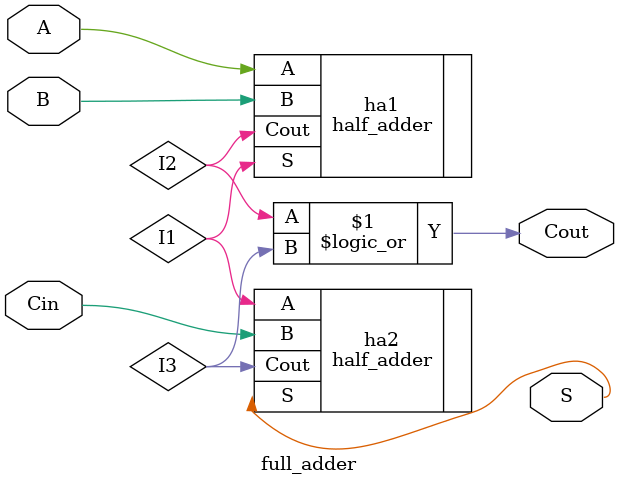
<source format=sv>
module full_adder (input A,
                   input B,
                   input Cin,
                   output S,
                   output Cout
                   );

wire I1, I2, I3;

half_adder ha1(.A(A),.B(B),.Cout(I2),.S(I1));
half_adder ha2(.A(I1),.B(Cin),.Cout(I3),.S(S));

assign Cout = I2 || I3;

endmodule
</source>
